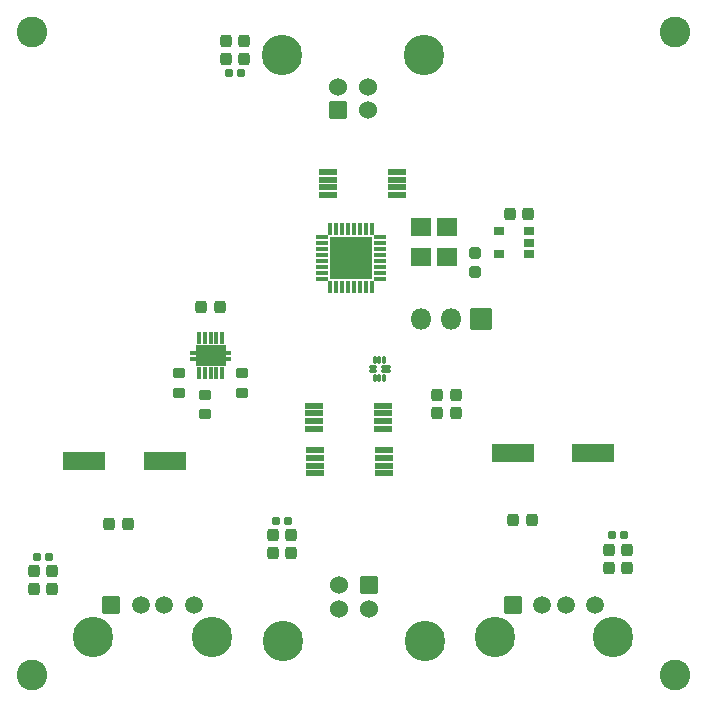
<source format=gbr>
%TF.GenerationSoftware,KiCad,Pcbnew,(7.0.0)*%
%TF.CreationDate,2023-04-25T20:48:09-05:00*%
%TF.ProjectId,GP2040-CE Planter,47503230-3430-42d4-9345-20506c616e74,rev?*%
%TF.SameCoordinates,Original*%
%TF.FileFunction,Soldermask,Top*%
%TF.FilePolarity,Negative*%
%FSLAX46Y46*%
G04 Gerber Fmt 4.6, Leading zero omitted, Abs format (unit mm)*
G04 Created by KiCad (PCBNEW (7.0.0)) date 2023-04-25 20:48:09*
%MOMM*%
%LPD*%
G01*
G04 APERTURE LIST*
G04 Aperture macros list*
%AMRoundRect*
0 Rectangle with rounded corners*
0 $1 Rounding radius*
0 $2 $3 $4 $5 $6 $7 $8 $9 X,Y pos of 4 corners*
0 Add a 4 corners polygon primitive as box body*
4,1,4,$2,$3,$4,$5,$6,$7,$8,$9,$2,$3,0*
0 Add four circle primitives for the rounded corners*
1,1,$1+$1,$2,$3*
1,1,$1+$1,$4,$5*
1,1,$1+$1,$6,$7*
1,1,$1+$1,$8,$9*
0 Add four rect primitives between the rounded corners*
20,1,$1+$1,$2,$3,$4,$5,0*
20,1,$1+$1,$4,$5,$6,$7,0*
20,1,$1+$1,$6,$7,$8,$9,0*
20,1,$1+$1,$8,$9,$2,$3,0*%
G04 Aperture macros list end*
%ADD10RoundRect,0.050800X-0.400000X0.274999X-0.400000X-0.274999X0.400000X-0.274999X0.400000X0.274999X0*%
%ADD11RoundRect,0.050800X-0.714000X-0.714000X0.714000X-0.714000X0.714000X0.714000X-0.714000X0.714000X0*%
%ADD12C,1.529600*%
%ADD13C,3.417600*%
%ADD14C,2.601600*%
%ADD15RoundRect,0.050800X-0.140000X0.425000X-0.140000X-0.425000X0.140000X-0.425000X0.140000X0.425000X0*%
%ADD16RoundRect,0.250800X-0.275000X0.200000X-0.275000X-0.200000X0.275000X-0.200000X0.275000X0.200000X0*%
%ADD17RoundRect,0.250800X0.275000X-0.200000X0.275000X0.200000X-0.275000X0.200000X-0.275000X-0.200000X0*%
%ADD18RoundRect,0.050800X-1.701800X-0.749300X1.701800X-0.749300X1.701800X0.749300X-1.701800X0.749300X0*%
%ADD19RoundRect,0.050800X1.701800X0.749300X-1.701800X0.749300X-1.701800X-0.749300X1.701800X-0.749300X0*%
%ADD20RoundRect,0.275800X-0.225000X-0.250000X0.225000X-0.250000X0.225000X0.250000X-0.225000X0.250000X0*%
%ADD21RoundRect,0.050800X-0.850000X0.850000X-0.850000X-0.850000X0.850000X-0.850000X0.850000X0.850000X0*%
%ADD22O,1.801600X1.801600*%
%ADD23RoundRect,0.275800X0.225000X0.250000X-0.225000X0.250000X-0.225000X-0.250000X0.225000X-0.250000X0*%
%ADD24RoundRect,0.185800X-0.135000X-0.185000X0.135000X-0.185000X0.135000X0.185000X-0.135000X0.185000X0*%
%ADD25RoundRect,0.050800X-0.704000X-0.704000X0.704000X-0.704000X0.704000X0.704000X-0.704000X0.704000X0*%
%ADD26C,1.509600*%
%ADD27RoundRect,0.050800X0.800000X-0.750000X0.800000X0.750000X-0.800000X0.750000X-0.800000X-0.750000X0*%
%ADD28RoundRect,0.050800X0.331500X0.112500X-0.331500X0.112500X-0.331500X-0.112500X0.331500X-0.112500X0*%
%ADD29RoundRect,0.050800X0.112500X0.281500X-0.112500X0.281500X-0.112500X-0.281500X0.112500X-0.281500X0*%
%ADD30RoundRect,0.050800X0.281500X0.112500X-0.281500X0.112500X-0.281500X-0.112500X0.281500X-0.112500X0*%
%ADD31RoundRect,0.050800X0.425000X-0.140000X0.425000X0.140000X-0.425000X0.140000X-0.425000X-0.140000X0*%
%ADD32RoundRect,0.050800X-0.140000X-0.425000X0.140000X-0.425000X0.140000X0.425000X-0.140000X0.425000X0*%
%ADD33C,0.609600*%
%ADD34RoundRect,0.050800X-0.736600X-0.177800X0.736600X-0.177800X0.736600X0.177800X-0.736600X0.177800X0*%
%ADD35RoundRect,0.050800X0.714000X0.714000X-0.714000X0.714000X-0.714000X-0.714000X0.714000X-0.714000X0*%
%ADD36RoundRect,0.050800X0.736600X0.177800X-0.736600X0.177800X-0.736600X-0.177800X0.736600X-0.177800X0*%
%ADD37RoundRect,0.275800X-0.250000X0.225000X-0.250000X-0.225000X0.250000X-0.225000X0.250000X0.225000X0*%
G04 APERTURE END LIST*
%TO.C,U6*%
G36*
X127600000Y-48075000D02*
G01*
X127100000Y-48075000D01*
X127100000Y-47825000D01*
X127600000Y-47825000D01*
X127600000Y-48075000D01*
G37*
G36*
X124700000Y-48075000D02*
G01*
X124200000Y-48075000D01*
X124200000Y-47825000D01*
X124700000Y-47825000D01*
X124700000Y-48075000D01*
G37*
G36*
X127600000Y-48575000D02*
G01*
X127100000Y-48575000D01*
X127100000Y-48325000D01*
X127600000Y-48325000D01*
X127600000Y-48575000D01*
G37*
G36*
X124700000Y-48575000D02*
G01*
X124200000Y-48575000D01*
X124200000Y-48325000D01*
X124700000Y-48325000D01*
X124700000Y-48575000D01*
G37*
G36*
X127170000Y-47755000D02*
G01*
X127670000Y-47755000D01*
X127670000Y-48145000D01*
X127170000Y-48145000D01*
X127170000Y-48255000D01*
X127233500Y-48255000D01*
X127670000Y-48255000D01*
X127670000Y-48645000D01*
X127170000Y-48645000D01*
X127170000Y-49095000D01*
X124630000Y-49095000D01*
X124630000Y-48645000D01*
X124130000Y-48645000D01*
X124130000Y-48255000D01*
X124630000Y-48255000D01*
X124630000Y-48145000D01*
X124130000Y-48145000D01*
X124130000Y-47755000D01*
X124630000Y-47755000D01*
X124630000Y-47305000D01*
X127170000Y-47305000D01*
X127170000Y-47755000D01*
G37*
%TO.C,U2*%
G36*
X136418900Y-41688500D02*
G01*
X136011500Y-41688500D01*
X136011500Y-38111500D01*
X136418900Y-38111500D01*
X136418900Y-41688500D01*
G37*
G36*
X139588500Y-38518900D02*
G01*
X136011500Y-38518900D01*
X136011500Y-38111500D01*
X139588500Y-38111500D01*
X139588500Y-38518900D01*
G37*
G36*
X139588500Y-39306300D02*
G01*
X136011500Y-39306300D01*
X136011500Y-38918900D01*
X139588500Y-38918900D01*
X139588500Y-39306300D01*
G37*
G36*
X139588500Y-40093700D02*
G01*
X136011500Y-40093700D01*
X136011500Y-39706300D01*
X139588500Y-39706300D01*
X139588500Y-40093700D01*
G37*
G36*
X139588500Y-40881100D02*
G01*
X136011500Y-40881100D01*
X136011500Y-40493700D01*
X139588500Y-40493700D01*
X139588500Y-40881100D01*
G37*
G36*
X139588500Y-41688500D02*
G01*
X136011500Y-41688500D01*
X136011500Y-41281100D01*
X139588500Y-41281100D01*
X139588500Y-41688500D01*
G37*
G36*
X137206300Y-41688500D02*
G01*
X136818900Y-41688500D01*
X136818900Y-38111500D01*
X137206300Y-38111500D01*
X137206300Y-41688500D01*
G37*
G36*
X137993700Y-41688500D02*
G01*
X137606300Y-41688500D01*
X137606300Y-38111500D01*
X137993700Y-38111500D01*
X137993700Y-41688500D01*
G37*
G36*
X138781100Y-41688500D02*
G01*
X138393700Y-41688500D01*
X138393700Y-38111500D01*
X138781100Y-38111500D01*
X138781100Y-41688500D01*
G37*
G36*
X139588500Y-41688500D02*
G01*
X139181100Y-41688500D01*
X139181100Y-38111500D01*
X139588500Y-38111500D01*
X139588500Y-41688500D01*
G37*
%TD*%
D10*
%TO.C,U7*%
X152875001Y-39550001D03*
X152875001Y-38600000D03*
X152875001Y-37650002D03*
X150325001Y-37650002D03*
X150325001Y-39550001D03*
%TD*%
D11*
%TO.C,J3*%
X139290750Y-67630000D03*
D12*
X136790750Y-67630000D03*
X136790750Y-69630000D03*
X139290750Y-69630000D03*
D13*
X132020750Y-72340000D03*
X144060750Y-72340000D03*
%TD*%
D14*
%TO.C,H4*%
X110800000Y-75200000D03*
%TD*%
%TO.C,H3*%
X165200000Y-75200000D03*
%TD*%
%TO.C,H2*%
X165200000Y-20800000D03*
%TD*%
%TO.C,H1*%
X110800000Y-20800000D03*
%TD*%
D15*
%TO.C,U6*%
X126900001Y-46724999D03*
X126399999Y-46724999D03*
X125900000Y-46724999D03*
X125400001Y-46724999D03*
X124899999Y-46724999D03*
X124899999Y-49675001D03*
X125400001Y-49675001D03*
X125900000Y-49675001D03*
X126399999Y-49675001D03*
X126900001Y-49675001D03*
%TD*%
D16*
%TO.C,R7*%
X125400000Y-51475000D03*
X125400000Y-53125000D03*
%TD*%
D17*
%TO.C,R6*%
X123200000Y-51325000D03*
X123200000Y-49675000D03*
%TD*%
D16*
%TO.C,R5*%
X128600000Y-49675000D03*
X128600000Y-51325000D03*
%TD*%
D18*
%TO.C,C17*%
X151496400Y-56400000D03*
X158303600Y-56400000D03*
%TD*%
D19*
%TO.C,C14*%
X122003600Y-57100000D03*
X115196400Y-57100000D03*
%TD*%
D20*
%TO.C,C11*%
X125125000Y-44100000D03*
X126675000Y-44100000D03*
%TD*%
%TO.C,C15*%
X153075000Y-62100000D03*
X151525000Y-62100000D03*
%TD*%
D21*
%TO.C,J4*%
X148825000Y-45100000D03*
D22*
X146284999Y-45099999D03*
X143744999Y-45099999D03*
%TD*%
D23*
%TO.C,C16*%
X152775000Y-36200000D03*
X151225000Y-36200000D03*
%TD*%
D24*
%TO.C,R4*%
X159890000Y-63400000D03*
X160910000Y-63400000D03*
%TD*%
%TO.C,R2*%
X111215000Y-65200000D03*
X112235000Y-65200000D03*
%TD*%
D25*
%TO.C,J5*%
X151487500Y-69330000D03*
D26*
X153987500Y-69330000D03*
X155987500Y-69330000D03*
X158487500Y-69330000D03*
D13*
X149987500Y-72000000D03*
X159987500Y-72000000D03*
%TD*%
D20*
%TO.C,C3*%
X145100000Y-51500000D03*
X146650000Y-51500000D03*
%TD*%
D27*
%TO.C,XTAL1*%
X145900000Y-39840000D03*
X145900000Y-37300000D03*
X143700000Y-37300000D03*
X143700000Y-39840000D03*
%TD*%
D28*
%TO.C,U1*%
X140718500Y-49500000D03*
X140720000Y-49100000D03*
D29*
X140600000Y-48531500D03*
X140200000Y-48531500D03*
X139800000Y-48531500D03*
D30*
X139631500Y-49100000D03*
X139631500Y-49500000D03*
D29*
X139800000Y-50068500D03*
X140200000Y-50068500D03*
X140600000Y-50068500D03*
%TD*%
D31*
%TO.C,U2*%
X135325001Y-38150001D03*
X135325001Y-38650000D03*
X135325001Y-39149999D03*
X135325001Y-39650000D03*
X135325001Y-40150000D03*
X135325001Y-40650001D03*
X135325001Y-41150000D03*
X135325001Y-41649999D03*
D32*
X136049559Y-42374999D03*
X136549685Y-42374999D03*
X137049811Y-42374999D03*
X137549937Y-42374999D03*
X138050063Y-42374999D03*
X138550189Y-42374999D03*
X139050315Y-42374999D03*
X139550441Y-42374999D03*
D31*
X140274999Y-41649999D03*
X140274999Y-41150000D03*
X140274999Y-40650001D03*
X140274999Y-40150000D03*
X140274999Y-39650000D03*
X140274999Y-39149999D03*
X140274999Y-38650000D03*
X140274999Y-38150001D03*
D32*
X139550441Y-37425001D03*
X139050315Y-37425001D03*
X138550189Y-37425001D03*
X138050063Y-37425001D03*
X137549937Y-37425001D03*
X137049811Y-37425001D03*
X136549685Y-37425001D03*
X136049559Y-37425001D03*
D33*
X136618900Y-38718900D03*
X136618900Y-39506300D03*
X136618900Y-40293700D03*
X136618900Y-41081100D03*
X137406300Y-38718900D03*
X137406300Y-39506300D03*
X137406300Y-40293700D03*
X137406300Y-41081100D03*
X138193700Y-38718900D03*
X138193700Y-39506300D03*
X138193700Y-40293700D03*
X138193700Y-41081100D03*
X138981100Y-38718900D03*
X138981100Y-39506300D03*
X138981100Y-40293700D03*
X138981100Y-41081100D03*
%TD*%
D24*
%TO.C,R3*%
X132435000Y-62200000D03*
X131415000Y-62200000D03*
%TD*%
D20*
%TO.C,C7*%
X110950000Y-66400000D03*
X112500000Y-66400000D03*
%TD*%
D34*
%TO.C,U4*%
X135879000Y-32625001D03*
X135879000Y-33274999D03*
X135879000Y-33925001D03*
X135879000Y-34574999D03*
X141721000Y-34574999D03*
X141721000Y-33925001D03*
X141721000Y-33274999D03*
X141721000Y-32625001D03*
%TD*%
D20*
%TO.C,C1*%
X127200000Y-21550000D03*
X128750000Y-21550000D03*
%TD*%
D13*
%TO.C,J1*%
X131930000Y-22690000D03*
X143970000Y-22690000D03*
D12*
X136700000Y-25400000D03*
X139200000Y-25400000D03*
X139200000Y-27400000D03*
D35*
X136700000Y-27400000D03*
%TD*%
D20*
%TO.C,C10*%
X161175000Y-66150000D03*
X159625000Y-66150000D03*
%TD*%
%TO.C,C6*%
X132700000Y-64900000D03*
X131150000Y-64900000D03*
%TD*%
%TO.C,C4*%
X145100000Y-53000000D03*
X146650000Y-53000000D03*
%TD*%
%TO.C,C2*%
X127200000Y-23070000D03*
X128750000Y-23070000D03*
%TD*%
%TO.C,C9*%
X159625000Y-64640000D03*
X161175000Y-64640000D03*
%TD*%
D13*
%TO.C,J2*%
X125987500Y-72000000D03*
X115987500Y-72000000D03*
D26*
X124487500Y-69330000D03*
X121987500Y-69330000D03*
X119987500Y-69330000D03*
D25*
X117487500Y-69330000D03*
%TD*%
D36*
%TO.C,U5*%
X134759000Y-58144999D03*
X134759000Y-57495001D03*
X134759000Y-56844999D03*
X134759000Y-56195001D03*
X140601000Y-56195001D03*
X140601000Y-56844999D03*
X140601000Y-57495001D03*
X140601000Y-58144999D03*
%TD*%
D24*
%TO.C,R1*%
X127465000Y-24280000D03*
X128485000Y-24280000D03*
%TD*%
D23*
%TO.C,C13*%
X117325000Y-62400000D03*
X118875000Y-62400000D03*
%TD*%
D37*
%TO.C,C12*%
X148300000Y-41075000D03*
X148300000Y-39525000D03*
%TD*%
D20*
%TO.C,C5*%
X110950000Y-67900000D03*
X112500000Y-67900000D03*
%TD*%
%TO.C,C8*%
X132700000Y-63400000D03*
X131150000Y-63400000D03*
%TD*%
D36*
%TO.C,U3*%
X140521000Y-54374999D03*
X140521000Y-53725001D03*
X140521000Y-53074999D03*
X140521000Y-52425001D03*
X134679000Y-52425001D03*
X134679000Y-53074999D03*
X134679000Y-53725001D03*
X134679000Y-54374999D03*
%TD*%
M02*

</source>
